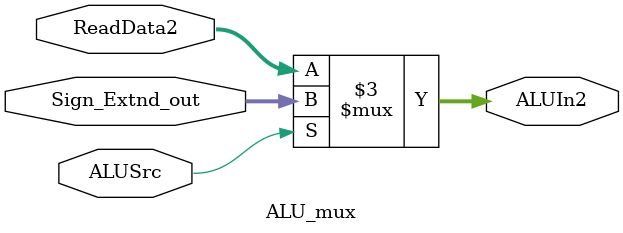
<source format=v>


module ALU_mux(ReadData2, Sign_Extnd_out, ALUSrc, ALUIn2);

input [31:0] ReadData2,Sign_Extnd_out;
input ALUSrc;
output reg [31:0] ALUIn2;


always @(ReadData2,Sign_Extnd_out,ALUSrc)
begin

if(ALUSrc)
	ALUIn2 <= Sign_Extnd_out;
else
	ALUIn2 <=  ReadData2;

end

endmodule


</source>
